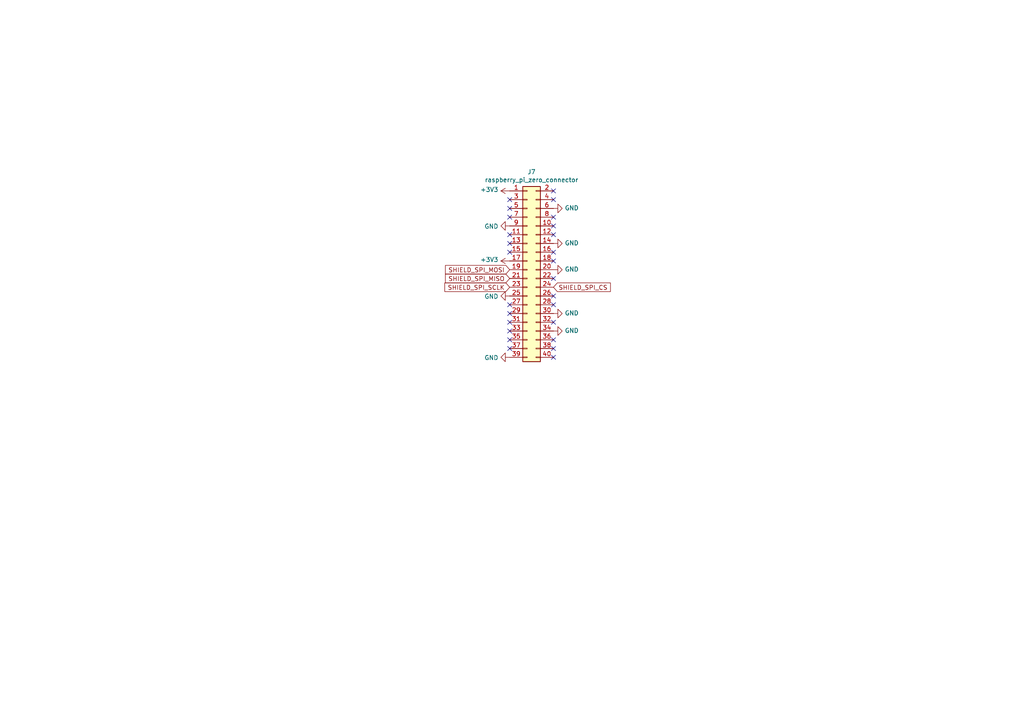
<source format=kicad_sch>
(kicad_sch (version 20230121) (generator eeschema)
  (paper "A4")
  (lib_symbols
    (symbol "Connector_Generic:Conn_02x20_Odd_Even" (pin_names (offset 1.016) hide)
      (property "Reference" "J" (at 1.27 25.4 0))
      (property "Value" "Conn_02x20_Odd_Even" (at 1.27 -27.94 0))
      (symbol "Conn_02x20_Odd_Even_1_1"
        (rectangle (start -1.27 -25.273) (end 0 -25.527) (stroke (width 0.1524)))
        (rectangle (start -1.27 -22.733) (end 0 -22.987) (stroke (width 0.1524)))
        (rectangle (start -1.27 -20.193) (end 0 -20.447) (stroke (width 0.1524)))
        (rectangle (start -1.27 -17.653) (end 0 -17.907) (stroke (width 0.1524)))
        (rectangle (start -1.27 -15.113) (end 0 -15.367) (stroke (width 0.1524)))
        (rectangle (start -1.27 -12.573) (end 0 -12.827) (stroke (width 0.1524)))
        (rectangle (start -1.27 -10.033) (end 0 -10.287) (stroke (width 0.1524)))
        (rectangle (start -1.27 -7.493) (end 0 -7.747) (stroke (width 0.1524)))
        (rectangle (start -1.27 -4.953) (end 0 -5.207) (stroke (width 0.1524)))
        (rectangle (start -1.27 -2.413) (end 0 -2.667) (stroke (width 0.1524)))
        (rectangle (start -1.27 0.127) (end 0 -0.127) (stroke (width 0.1524)))
        (rectangle (start -1.27 2.667) (end 0 2.413) (stroke (width 0.1524)))
        (rectangle (start -1.27 5.207) (end 0 4.953) (stroke (width 0.1524)))
        (rectangle (start -1.27 7.747) (end 0 7.493) (stroke (width 0.1524)))
        (rectangle (start -1.27 10.287) (end 0 10.033) (stroke (width 0.1524)))
        (rectangle (start -1.27 12.827) (end 0 12.573) (stroke (width 0.1524)))
        (rectangle (start -1.27 15.367) (end 0 15.113) (stroke (width 0.1524)))
        (rectangle (start -1.27 17.907) (end 0 17.653) (stroke (width 0.1524)))
        (rectangle (start -1.27 20.447) (end 0 20.193) (stroke (width 0.1524)))
        (rectangle (start -1.27 22.987) (end 0 22.733) (stroke (width 0.1524)))
        (rectangle (start -1.27 24.13) (end 3.81 -26.67) (stroke (width 0.254)) (fill (type background)))
        (rectangle (start 3.81 -25.273) (end 2.54 -25.527) (stroke (width 0.1524)))
        (rectangle (start 3.81 -22.733) (end 2.54 -22.987) (stroke (width 0.1524)))
        (rectangle (start 3.81 -20.193) (end 2.54 -20.447) (stroke (width 0.1524)))
        (rectangle (start 3.81 -17.653) (end 2.54 -17.907) (stroke (width 0.1524)))
        (rectangle (start 3.81 -15.113) (end 2.54 -15.367) (stroke (width 0.1524)))
        (rectangle (start 3.81 -12.573) (end 2.54 -12.827) (stroke (width 0.1524)))
        (rectangle (start 3.81 -10.033) (end 2.54 -10.287) (stroke (width 0.1524)))
        (rectangle (start 3.81 -7.493) (end 2.54 -7.747) (stroke (width 0.1524)))
        (rectangle (start 3.81 -4.953) (end 2.54 -5.207) (stroke (width 0.1524)))
        (rectangle (start 3.81 -2.413) (end 2.54 -2.667) (stroke (width 0.1524)))
        (rectangle (start 3.81 0.127) (end 2.54 -0.127) (stroke (width 0.1524)))
        (rectangle (start 3.81 2.667) (end 2.54 2.413) (stroke (width 0.1524)))
        (rectangle (start 3.81 5.207) (end 2.54 4.953) (stroke (width 0.1524)))
        (rectangle (start 3.81 7.747) (end 2.54 7.493) (stroke (width 0.1524)))
        (rectangle (start 3.81 10.287) (end 2.54 10.033) (stroke (width 0.1524)))
        (rectangle (start 3.81 12.827) (end 2.54 12.573) (stroke (width 0.1524)))
        (rectangle (start 3.81 15.367) (end 2.54 15.113) (stroke (width 0.1524)))
        (rectangle (start 3.81 17.907) (end 2.54 17.653) (stroke (width 0.1524)))
        (rectangle (start 3.81 20.447) (end 2.54 20.193) (stroke (width 0.1524)))
        (rectangle (start 3.81 22.987) (end 2.54 22.733) (stroke (width 0.1524)))
        (pin passive line (at -5.08 22.86 0) (length 3.81) (name "Pin_1") (number "1"))
        (pin passive line (at 7.62 12.7 180) (length 3.81) (name "Pin_10") (number "10"))
        (pin passive line (at -5.08 10.16 0) (length 3.81) (name "Pin_11") (number "11"))
        (pin passive line (at 7.62 10.16 180) (length 3.81) (name "Pin_12") (number "12"))
        (pin passive line (at -5.08 7.62 0) (length 3.81) (name "Pin_13") (number "13"))
        (pin passive line (at 7.62 7.62 180) (length 3.81) (name "Pin_14") (number "14"))
        (pin passive line (at -5.08 5.08 0) (length 3.81) (name "Pin_15") (number "15"))
        (pin passive line (at 7.62 5.08 180) (length 3.81) (name "Pin_16") (number "16"))
        (pin passive line (at -5.08 2.54 0) (length 3.81) (name "Pin_17") (number "17"))
        (pin passive line (at 7.62 2.54 180) (length 3.81) (name "Pin_18") (number "18"))
        (pin passive line (at -5.08 0 0) (length 3.81) (name "Pin_19") (number "19"))
        (pin passive line (at 7.62 22.86 180) (length 3.81) (name "Pin_2") (number "2"))
        (pin passive line (at 7.62 0 180) (length 3.81) (name "Pin_20") (number "20"))
        (pin passive line (at -5.08 -2.54 0) (length 3.81) (name "Pin_21") (number "21"))
        (pin passive line (at 7.62 -2.54 180) (length 3.81) (name "Pin_22") (number "22"))
        (pin passive line (at -5.08 -5.08 0) (length 3.81) (name "Pin_23") (number "23"))
        (pin passive line (at 7.62 -5.08 180) (length 3.81) (name "Pin_24") (number "24"))
        (pin passive line (at -5.08 -7.62 0) (length 3.81) (name "Pin_25") (number "25"))
        (pin passive line (at 7.62 -7.62 180) (length 3.81) (name "Pin_26") (number "26"))
        (pin passive line (at -5.08 -10.16 0) (length 3.81) (name "Pin_27") (number "27"))
        (pin passive line (at 7.62 -10.16 180) (length 3.81) (name "Pin_28") (number "28"))
        (pin passive line (at -5.08 -12.7 0) (length 3.81) (name "Pin_29") (number "29"))
        (pin passive line (at -5.08 20.32 0) (length 3.81) (name "Pin_3") (number "3"))
        (pin passive line (at 7.62 -12.7 180) (length 3.81) (name "Pin_30") (number "30"))
        (pin passive line (at -5.08 -15.24 0) (length 3.81) (name "Pin_31") (number "31"))
        (pin passive line (at 7.62 -15.24 180) (length 3.81) (name "Pin_32") (number "32"))
        (pin passive line (at -5.08 -17.78 0) (length 3.81) (name "Pin_33") (number "33"))
        (pin passive line (at 7.62 -17.78 180) (length 3.81) (name "Pin_34") (number "34"))
        (pin passive line (at -5.08 -20.32 0) (length 3.81) (name "Pin_35") (number "35"))
        (pin passive line (at 7.62 -20.32 180) (length 3.81) (name "Pin_36") (number "36"))
        (pin passive line (at -5.08 -22.86 0) (length 3.81) (name "Pin_37") (number "37"))
        (pin passive line (at 7.62 -22.86 180) (length 3.81) (name "Pin_38") (number "38"))
        (pin passive line (at -5.08 -25.4 0) (length 3.81) (name "Pin_39") (number "39"))
        (pin passive line (at 7.62 20.32 180) (length 3.81) (name "Pin_4") (number "4"))
        (pin passive line (at 7.62 -25.4 180) (length 3.81) (name "Pin_40") (number "40"))
        (pin passive line (at -5.08 17.78 0) (length 3.81) (name "Pin_5") (number "5"))
        (pin passive line (at 7.62 17.78 180) (length 3.81) (name "Pin_6") (number "6"))
        (pin passive line (at -5.08 15.24 0) (length 3.81) (name "Pin_7") (number "7"))
        (pin passive line (at 7.62 15.24 180) (length 3.81) (name "Pin_8") (number "8"))
        (pin passive line (at -5.08 12.7 0) (length 3.81) (name "Pin_9") (number "9"))
      )
    )
    (symbol "power:+3V3" (power) (pin_names (offset 0))
      (property "Value" "+3V3" (at 0 3.556 0))
      (symbol "+3V3_0_1"
        (polyline (pts (xy -0.762 1.27) (xy 0 2.54)))
        (polyline (pts (xy 0 0) (xy 0 2.54)))
        (polyline (pts (xy 0 2.54) (xy 0.762 1.27)))
      )
      (symbol "+3V3_1_1"
        (pin power_in line (at 0 0 90) (length 0) hide (name "+3V3") (number "1"))
      )
    )
    (symbol "power:GND" (power) (pin_names (offset 0))
      (property "Value" "GND" (at 0 -3.81 0))
      (symbol "GND_0_1"
        (polyline (pts (xy 0 0) (xy 0 -1.27) (xy 1.27 -1.27) (xy 0 -2.54) (xy -1.27 -1.27) (xy 0 -1.27)))
      )
      (symbol "GND_1_1"
        (pin power_in line (at 0 0 270) (length 0) hide (name "GND") (number "1"))
      )
    )
  )
  (no_connect (at 160.528 93.472))
  (no_connect (at 147.828 70.612))
  (no_connect (at 160.528 85.852))
  (no_connect (at 160.528 57.912))
  (no_connect (at 147.828 88.392))
  (no_connect (at 160.528 65.532))
  (no_connect (at 147.828 68.072))
  (no_connect (at 160.528 73.152))
  (no_connect (at 160.528 75.692))
  (no_connect (at 160.528 80.772))
  (no_connect (at 147.828 90.932))
  (no_connect (at 147.828 73.152))
  (no_connect (at 160.528 98.552))
  (no_connect (at 147.828 60.452))
  (no_connect (at 147.828 96.012))
  (no_connect (at 160.528 103.632))
  (no_connect (at 160.528 68.072))
  (no_connect (at 160.528 88.392))
  (no_connect (at 160.528 55.372))
  (no_connect (at 147.828 62.992))
  (no_connect (at 147.828 93.472))
  (no_connect (at 147.828 57.912))
  (no_connect (at 147.828 98.552))
  (no_connect (at 160.528 62.992))
  (no_connect (at 160.528 101.092))
  (no_connect (at 147.828 101.092))
  (global_label "SHIELD_SPI_MOSI" (shape input) (at 147.828 78.232 180) (property "Intersheetrefs" "${INTERSHEET_REFS}" (effects hide)))
  (global_label "SHIELD_SPI_SCLK" (shape input) (at 147.828 83.312 180) (property "Intersheetrefs" "${INTERSHEET_REFS}" (effects hide)))
  (global_label "SHIELD_SPI_CS" (shape input) (at 160.528 83.312 0) (property "Intersheetrefs" "${INTERSHEET_REFS}" (effects hide)))
  (global_label "SHIELD_SPI_MISO" (shape input) (at 147.828 80.772 180) (property "Intersheetrefs" "${INTERSHEET_REFS}" (effects hide)))
  (symbol (lib_id "power:GND") (at 147.828 103.632 270) (unit 1)
    (property "Reference" "#PWR05" (effects hide))
    (property "Value" "GND" (at 144.5768 103.759 90) (effects (justify right)))
  )
  (symbol (lib_id "power:GND") (at 160.528 96.012 90) (unit 1)
    (property "Reference" "#PWR012" (effects hide))
    (property "Value" "GND" (at 163.7792 95.885 90) (effects (justify right)))
  )
  (symbol (lib_id "power:GND") (at 147.828 65.532 270) (unit 1)
    (property "Reference" "#PWR02" (effects hide))
    (property "Value" "GND" (at 144.5768 65.659 90) (effects (justify right)))
  )
  (symbol (lib_id "power:GND") (at 160.528 78.232 90) (unit 1)
    (property "Reference" "#PWR010" (effects hide))
    (property "Value" "GND" (at 163.7792 78.105 90) (effects (justify right)))
  )
  (symbol (lib_id "power:GND") (at 147.828 85.852 270) (unit 1)
    (property "Reference" "#PWR04" (effects hide))
    (property "Value" "GND" (at 144.5768 85.979 90) (effects (justify right)))
  )
  (symbol (lib_id "power:GND") (at 160.528 60.452 90) (unit 1)
    (property "Reference" "#PWR08" (effects hide))
    (property "Value" "GND" (at 163.7792 60.325 90) (effects (justify right)))
  )
  (symbol (lib_id "power:GND") (at 160.528 90.932 90) (unit 1)
    (property "Reference" "#PWR011" (effects hide))
    (property "Value" "GND" (at 163.7792 90.805 90) (effects (justify right)))
  )
  (symbol (lib_id "power:GND") (at 160.528 70.612 90) (unit 1)
    (property "Reference" "#PWR09" (effects hide))
    (property "Value" "GND" (at 163.7792 70.485 90) (effects (justify right)))
  )
  (symbol (lib_id "power:+3V3") (at 147.828 55.372 90) (unit 1)
    (property "Reference" "#PWR01" (effects hide))
    (property "Value" "+3V3" (at 144.5768 54.991 90) (effects (justify left)))
  )
  (symbol (lib_id "power:+3V3") (at 147.828 75.692 90) (unit 1)
    (property "Reference" "#PWR03" (effects hide))
    (property "Value" "+3V3" (at 144.5768 75.311 90) (effects (justify left)))
  )
  (symbol (lib_id "Connector_Generic:Conn_02x20_Odd_Even") (at 152.908 78.232 0) (unit 1)
    (property "Reference" "J7" (at 154.178 49.8602 0))
    (property "Value" "raspberry_pi_zero_connector" (at 154.178 52.1716 0))
    (property "Footprint" "Connector_PinHeader_2.54mm:PinHeader_2x20_P2.54mm_Vertical" (effects hide))
  )
)
</source>
